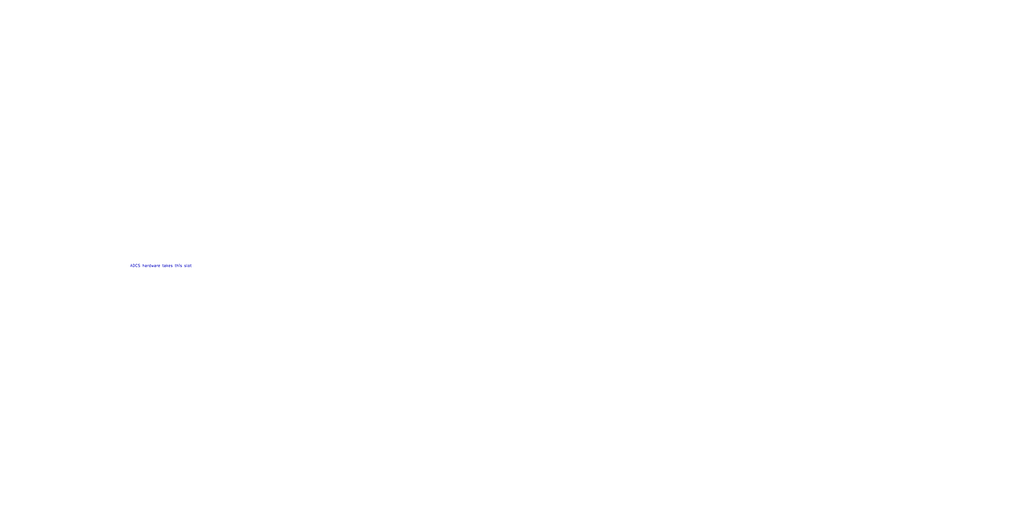
<source format=kicad_sch>
(kicad_sch (version 20211123) (generator eeschema)
  (paper "User" 490.22 254.406)
  (lib_symbols)
  (text "ADCS hardware takes this slot" (at 62.23 128.27 0) (effects (font (size 1.27 1.27)) (justify left bottom)))
)
</source>
